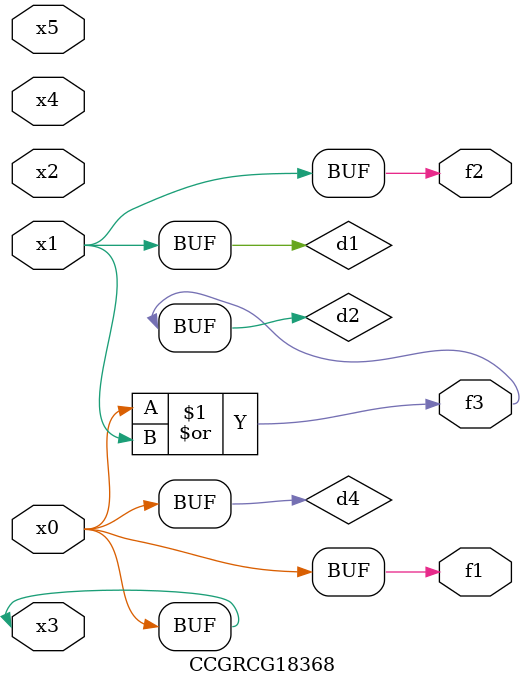
<source format=v>
module CCGRCG18368(
	input x0, x1, x2, x3, x4, x5,
	output f1, f2, f3
);

	wire d1, d2, d3, d4;

	and (d1, x1);
	or (d2, x0, x1);
	nand (d3, x0, x5);
	buf (d4, x0, x3);
	assign f1 = d4;
	assign f2 = d1;
	assign f3 = d2;
endmodule

</source>
